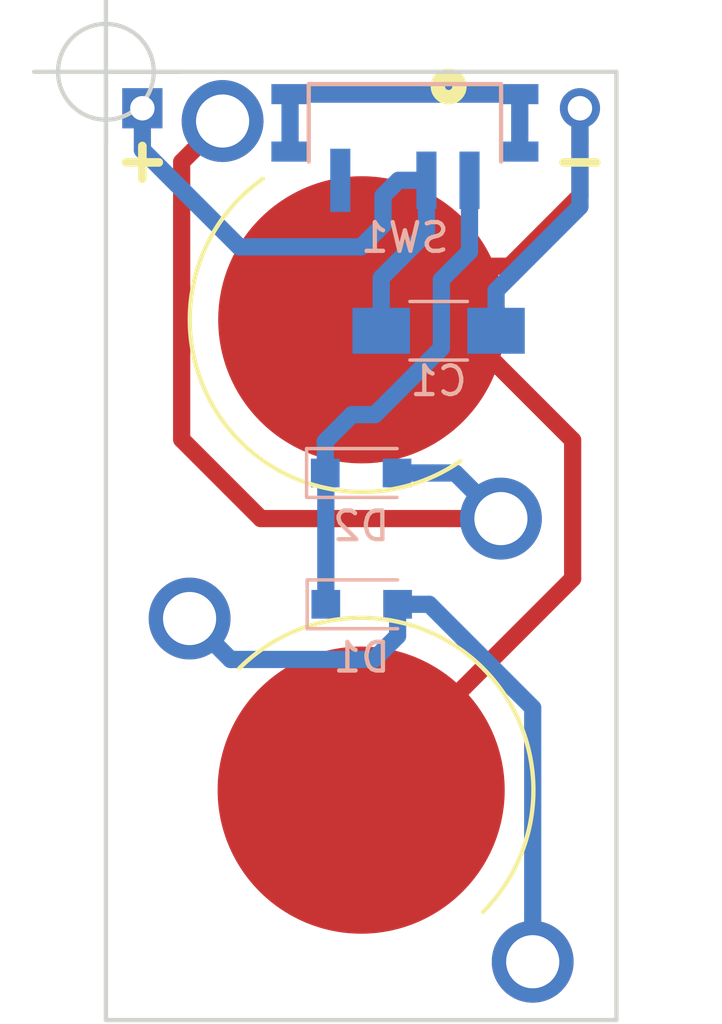
<source format=kicad_pcb>
(kicad_pcb (version 4) (host pcbnew 4.0.4-stable)

  (general
    (links 11)
    (no_connects 0)
    (area 126.924999 81.204999 144.855001 114.375001)
    (thickness 1.6)
    (drawings 8)
    (tracks 49)
    (zones 0)
    (modules 8)
    (nets 7)
  )

  (page A4)
  (layers
    (0 F.Cu signal)
    (31 B.Cu signal)
    (32 B.Adhes user)
    (33 F.Adhes user)
    (34 B.Paste user)
    (35 F.Paste user)
    (36 B.SilkS user)
    (37 F.SilkS user)
    (38 B.Mask user)
    (39 F.Mask user)
    (40 Dwgs.User user)
    (41 Cmts.User user)
    (42 Eco1.User user)
    (43 Eco2.User user)
    (44 Edge.Cuts user)
    (45 Margin user)
    (46 B.CrtYd user)
    (47 F.CrtYd user)
    (48 B.Fab user)
    (49 F.Fab user)
  )

  (setup
    (last_trace_width 0.6)
    (trace_clearance 0.2)
    (zone_clearance 0.508)
    (zone_45_only no)
    (trace_min 0.2)
    (segment_width 0.1)
    (edge_width 0.15)
    (via_size 0.6)
    (via_drill 0.4)
    (via_min_size 0.4)
    (via_min_drill 0.3)
    (uvia_size 0.3)
    (uvia_drill 0.1)
    (uvias_allowed no)
    (uvia_min_size 0.2)
    (uvia_min_drill 0.1)
    (pcb_text_width 0.3)
    (pcb_text_size 1.5 1.5)
    (mod_edge_width 0.15)
    (mod_text_size 1 1)
    (mod_text_width 0.15)
    (pad_size 1.4 1.4)
    (pad_drill 0.85)
    (pad_to_mask_clearance 0.2)
    (aux_axis_origin 0 0)
    (grid_origin 136.906 90.17)
    (visible_elements 7FFFFFFF)
    (pcbplotparams
      (layerselection 0x010f0_80000001)
      (usegerberextensions false)
      (excludeedgelayer true)
      (linewidth 0.100000)
      (plotframeref false)
      (viasonmask false)
      (mode 1)
      (useauxorigin false)
      (hpglpennumber 1)
      (hpglpenspeed 20)
      (hpglpendiameter 15)
      (hpglpenoverlay 2)
      (psnegative false)
      (psa4output false)
      (plotreference true)
      (plotvalue true)
      (plotinvisibletext false)
      (padsonsilk false)
      (subtractmaskfromsilk false)
      (outputformat 1)
      (mirror false)
      (drillshape 0)
      (scaleselection 1)
      (outputdirectory gerber))
  )

  (net 0 "")
  (net 1 "Net-(BT1-Pad1)")
  (net 2 GND)
  (net 3 "Net-(BT2-Pad1)")
  (net 4 "Net-(D1-Pad1)")
  (net 5 "Net-(SW1-Pad1)")
  (net 6 "Net-(C1-Pad1)")

  (net_class Default "これは標準のネット クラスです。"
    (clearance 0.2)
    (trace_width 0.6)
    (via_dia 0.6)
    (via_drill 0.4)
    (uvia_dia 0.3)
    (uvia_drill 0.1)
    (add_net GND)
    (add_net "Net-(BT1-Pad1)")
    (add_net "Net-(BT2-Pad1)")
    (add_net "Net-(C1-Pad1)")
    (add_net "Net-(D1-Pad1)")
    (add_net "Net-(SW1-Pad1)")
  )

  (module MyLib:ali_CR1632 (layer F.Cu) (tedit 5BBB05F4) (tstamp 5BB9BCFD)
    (at 135.910721 89.916 305)
    (path /5BB9B760)
    (fp_text reference BT2 (at 2.5 -4 305) (layer F.SilkS) hide
      (effects (font (size 1 1) (thickness 0.15)))
    )
    (fp_text value Battery (at 0 -0.5 305) (layer F.Fab)
      (effects (font (size 1 1) (thickness 0.15)))
    )
    (fp_arc (start 0 0) (end 6 0) (angle 180) (layer F.SilkS) (width 0.15))
    (fp_circle (center 0 0) (end 0 -8) (layer Cmts.User) (width 0.3))
    (pad 1 thru_hole circle (at -8.45 0 305) (size 2.85 2.85) (drill 1.85) (layers *.Cu *.Mask)
      (net 3 "Net-(BT2-Pad1)"))
    (pad 2 smd circle (at 0 0 305) (size 10 10) (layers F.Cu F.Paste F.Mask)
      (net 2 GND))
    (pad 1 thru_hole circle (at 8.45 0 305) (size 2.85 2.85) (drill 1.85) (layers *.Cu *.Mask)
      (net 3 "Net-(BT2-Pad1)"))
  )

  (module Pin_Headers:Pin_Header_Straight_1x01_Pitch2.54mm (layer F.Cu) (tedit 5BBB0124) (tstamp 5BB9BD0E)
    (at 128.27 82.55)
    (descr "Through hole straight pin header, 1x01, 2.54mm pitch, single row")
    (tags "Through hole pin header THT 1x01 2.54mm single row")
    (path /5BB9B7F6)
    (fp_text reference P1 (at 0 -2.33) (layer F.SilkS) hide
      (effects (font (size 1 1) (thickness 0.15)))
    )
    (fp_text value CONN_01X01 (at 0 2.33) (layer F.Fab)
      (effects (font (size 1 1) (thickness 0.15)))
    )
    (fp_line (start -0.635 -1.27) (end 1.27 -1.27) (layer F.Fab) (width 0.1))
    (fp_line (start 1.27 -1.27) (end 1.27 1.27) (layer F.Fab) (width 0.1))
    (fp_line (start -1.27 1.27) (end -1.27 -0.635) (layer F.Fab) (width 0.1))
    (fp_line (start -1.27 -0.635) (end -0.635 -1.27) (layer F.Fab) (width 0.1))
    (fp_line (start -1.8 -1.8) (end -1.8 1.8) (layer F.CrtYd) (width 0.05))
    (fp_line (start -1.8 1.8) (end 1.8 1.8) (layer F.CrtYd) (width 0.05))
    (fp_line (start 1.8 1.8) (end 1.8 -1.8) (layer F.CrtYd) (width 0.05))
    (fp_line (start 1.8 -1.8) (end -1.8 -1.8) (layer F.CrtYd) (width 0.05))
    (fp_text user %R (at 0 0 90) (layer F.Fab)
      (effects (font (size 1 1) (thickness 0.15)))
    )
    (pad 1 thru_hole rect (at 0 0) (size 1.4 1.4) (drill 0.85) (layers *.Cu *.Mask)
      (net 6 "Net-(C1-Pad1)"))
    (model ${KISYS3DMOD}/Pin_Headers.3dshapes/Pin_Header_Straight_1x01_Pitch2.54mm.wrl
      (at (xyz 0 0 0))
      (scale (xyz 1 1 1))
      (rotate (xyz 0 0 0))
    )
  )

  (module Pin_Headers:Pin_Header_Straight_1x01_Pitch2.54mm (layer F.Cu) (tedit 5BBB00F9) (tstamp 5BB9BD13)
    (at 143.51 82.55)
    (descr "Through hole straight pin header, 1x01, 2.54mm pitch, single row")
    (tags "Through hole pin header THT 1x01 2.54mm single row")
    (path /5BB9B84C)
    (fp_text reference P2 (at 0 -2.33) (layer F.SilkS) hide
      (effects (font (size 1 1) (thickness 0.15)))
    )
    (fp_text value CONN_01X01 (at 0 2.33) (layer F.Fab)
      (effects (font (size 1 1) (thickness 0.15)))
    )
    (fp_line (start -0.635 -1.27) (end 1.27 -1.27) (layer F.Fab) (width 0.1))
    (fp_line (start 1.27 -1.27) (end 1.27 1.27) (layer F.Fab) (width 0.1))
    (fp_line (start -1.27 1.27) (end -1.27 -0.635) (layer F.Fab) (width 0.1))
    (fp_line (start -1.27 -0.635) (end -0.635 -1.27) (layer F.Fab) (width 0.1))
    (fp_line (start -1.8 -1.8) (end -1.8 1.8) (layer F.CrtYd) (width 0.05))
    (fp_line (start -1.8 1.8) (end 1.8 1.8) (layer F.CrtYd) (width 0.05))
    (fp_line (start 1.8 1.8) (end 1.8 -1.8) (layer F.CrtYd) (width 0.05))
    (fp_line (start 1.8 -1.8) (end -1.8 -1.8) (layer F.CrtYd) (width 0.05))
    (fp_text user %R (at 0 0 90) (layer F.Fab)
      (effects (font (size 1 1) (thickness 0.15)))
    )
    (pad 1 thru_hole circle (at 0 0) (size 1.4 1.4) (drill 0.85) (layers *.Cu *.Mask)
      (net 2 GND))
    (model ${KISYS3DMOD}/Pin_Headers.3dshapes/Pin_Header_Straight_1x01_Pitch2.54mm.wrl
      (at (xyz 0 0 0))
      (scale (xyz 1 1 1))
      (rotate (xyz 0 0 0))
    )
  )

  (module Diodes_SMD:D_SOD-323_HandSoldering (layer B.Cu) (tedit 58641869) (tstamp 5BB9BD03)
    (at 135.91 99.822)
    (descr SOD-323)
    (tags SOD-323)
    (path /5BB9B79E)
    (attr smd)
    (fp_text reference D1 (at 0 1.85) (layer B.SilkS)
      (effects (font (size 1 1) (thickness 0.15)) (justify mirror))
    )
    (fp_text value D_Schottky_Small (at 0.1 -1.9) (layer B.Fab)
      (effects (font (size 1 1) (thickness 0.15)) (justify mirror))
    )
    (fp_text user %R (at 0 1.85) (layer B.Fab)
      (effects (font (size 1 1) (thickness 0.15)) (justify mirror))
    )
    (fp_line (start -1.9 0.85) (end -1.9 -0.85) (layer B.SilkS) (width 0.12))
    (fp_line (start 0.2 0) (end 0.45 0) (layer B.Fab) (width 0.1))
    (fp_line (start 0.2 -0.35) (end -0.3 0) (layer B.Fab) (width 0.1))
    (fp_line (start 0.2 0.35) (end 0.2 -0.35) (layer B.Fab) (width 0.1))
    (fp_line (start -0.3 0) (end 0.2 0.35) (layer B.Fab) (width 0.1))
    (fp_line (start -0.3 0) (end -0.5 0) (layer B.Fab) (width 0.1))
    (fp_line (start -0.3 0.35) (end -0.3 -0.35) (layer B.Fab) (width 0.1))
    (fp_line (start -0.9 -0.7) (end -0.9 0.7) (layer B.Fab) (width 0.1))
    (fp_line (start 0.9 -0.7) (end -0.9 -0.7) (layer B.Fab) (width 0.1))
    (fp_line (start 0.9 0.7) (end 0.9 -0.7) (layer B.Fab) (width 0.1))
    (fp_line (start -0.9 0.7) (end 0.9 0.7) (layer B.Fab) (width 0.1))
    (fp_line (start -2 0.95) (end 2 0.95) (layer B.CrtYd) (width 0.05))
    (fp_line (start 2 0.95) (end 2 -0.95) (layer B.CrtYd) (width 0.05))
    (fp_line (start -2 -0.95) (end 2 -0.95) (layer B.CrtYd) (width 0.05))
    (fp_line (start -2 0.95) (end -2 -0.95) (layer B.CrtYd) (width 0.05))
    (fp_line (start -1.9 -0.85) (end 1.25 -0.85) (layer B.SilkS) (width 0.12))
    (fp_line (start -1.9 0.85) (end 1.25 0.85) (layer B.SilkS) (width 0.12))
    (pad 1 smd rect (at -1.25 0) (size 1 1) (layers B.Cu B.Paste B.Mask)
      (net 4 "Net-(D1-Pad1)"))
    (pad 2 smd rect (at 1.25 0) (size 1 1) (layers B.Cu B.Paste B.Mask)
      (net 1 "Net-(BT1-Pad1)"))
    (model ${KISYS3DMOD}/Diodes_SMD.3dshapes/D_SOD-323.wrl
      (at (xyz 0 0 0))
      (scale (xyz 1 1 1))
      (rotate (xyz 0 0 0))
    )
  )

  (module Diodes_SMD:D_SOD-323_HandSoldering (layer B.Cu) (tedit 58641869) (tstamp 5BB9BD09)
    (at 135.89 95.25)
    (descr SOD-323)
    (tags SOD-323)
    (path /5BB9B7D1)
    (attr smd)
    (fp_text reference D2 (at 0 1.85) (layer B.SilkS)
      (effects (font (size 1 1) (thickness 0.15)) (justify mirror))
    )
    (fp_text value D_Schottky_Small (at 0.1 -1.9) (layer B.Fab)
      (effects (font (size 1 1) (thickness 0.15)) (justify mirror))
    )
    (fp_text user %R (at 0 1.85) (layer B.Fab)
      (effects (font (size 1 1) (thickness 0.15)) (justify mirror))
    )
    (fp_line (start -1.9 0.85) (end -1.9 -0.85) (layer B.SilkS) (width 0.12))
    (fp_line (start 0.2 0) (end 0.45 0) (layer B.Fab) (width 0.1))
    (fp_line (start 0.2 -0.35) (end -0.3 0) (layer B.Fab) (width 0.1))
    (fp_line (start 0.2 0.35) (end 0.2 -0.35) (layer B.Fab) (width 0.1))
    (fp_line (start -0.3 0) (end 0.2 0.35) (layer B.Fab) (width 0.1))
    (fp_line (start -0.3 0) (end -0.5 0) (layer B.Fab) (width 0.1))
    (fp_line (start -0.3 0.35) (end -0.3 -0.35) (layer B.Fab) (width 0.1))
    (fp_line (start -0.9 -0.7) (end -0.9 0.7) (layer B.Fab) (width 0.1))
    (fp_line (start 0.9 -0.7) (end -0.9 -0.7) (layer B.Fab) (width 0.1))
    (fp_line (start 0.9 0.7) (end 0.9 -0.7) (layer B.Fab) (width 0.1))
    (fp_line (start -0.9 0.7) (end 0.9 0.7) (layer B.Fab) (width 0.1))
    (fp_line (start -2 0.95) (end 2 0.95) (layer B.CrtYd) (width 0.05))
    (fp_line (start 2 0.95) (end 2 -0.95) (layer B.CrtYd) (width 0.05))
    (fp_line (start -2 -0.95) (end 2 -0.95) (layer B.CrtYd) (width 0.05))
    (fp_line (start -2 0.95) (end -2 -0.95) (layer B.CrtYd) (width 0.05))
    (fp_line (start -1.9 -0.85) (end 1.25 -0.85) (layer B.SilkS) (width 0.12))
    (fp_line (start -1.9 0.85) (end 1.25 0.85) (layer B.SilkS) (width 0.12))
    (pad 1 smd rect (at -1.25 0) (size 1 1) (layers B.Cu B.Paste B.Mask)
      (net 4 "Net-(D1-Pad1)"))
    (pad 2 smd rect (at 1.25 0) (size 1 1) (layers B.Cu B.Paste B.Mask)
      (net 3 "Net-(BT2-Pad1)"))
    (model ${KISYS3DMOD}/Diodes_SMD.3dshapes/D_SOD-323.wrl
      (at (xyz 0 0 0))
      (scale (xyz 1 1 1))
      (rotate (xyz 0 0 0))
    )
  )

  (module Capacitors_SMD:C_1206_HandSoldering (layer B.Cu) (tedit 58AA84D1) (tstamp 5BBA2AAB)
    (at 138.589 90.297)
    (descr "Capacitor SMD 1206, hand soldering")
    (tags "capacitor 1206")
    (path /5BB9C3A5)
    (attr smd)
    (fp_text reference C1 (at 0 1.75) (layer B.SilkS)
      (effects (font (size 1 1) (thickness 0.15)) (justify mirror))
    )
    (fp_text value C_Small (at 0 -2) (layer B.Fab)
      (effects (font (size 1 1) (thickness 0.15)) (justify mirror))
    )
    (fp_text user %R (at 0 1.75) (layer B.Fab)
      (effects (font (size 1 1) (thickness 0.15)) (justify mirror))
    )
    (fp_line (start -1.6 -0.8) (end -1.6 0.8) (layer B.Fab) (width 0.1))
    (fp_line (start 1.6 -0.8) (end -1.6 -0.8) (layer B.Fab) (width 0.1))
    (fp_line (start 1.6 0.8) (end 1.6 -0.8) (layer B.Fab) (width 0.1))
    (fp_line (start -1.6 0.8) (end 1.6 0.8) (layer B.Fab) (width 0.1))
    (fp_line (start 1 1.02) (end -1 1.02) (layer B.SilkS) (width 0.12))
    (fp_line (start -1 -1.02) (end 1 -1.02) (layer B.SilkS) (width 0.12))
    (fp_line (start -3.25 1.05) (end 3.25 1.05) (layer B.CrtYd) (width 0.05))
    (fp_line (start -3.25 1.05) (end -3.25 -1.05) (layer B.CrtYd) (width 0.05))
    (fp_line (start 3.25 -1.05) (end 3.25 1.05) (layer B.CrtYd) (width 0.05))
    (fp_line (start 3.25 -1.05) (end -3.25 -1.05) (layer B.CrtYd) (width 0.05))
    (pad 1 smd rect (at -2 0) (size 2 1.6) (layers B.Cu B.Paste B.Mask)
      (net 6 "Net-(C1-Pad1)"))
    (pad 2 smd rect (at 2 0) (size 2 1.6) (layers B.Cu B.Paste B.Mask)
      (net 2 GND))
    (model Capacitors_SMD.3dshapes/C_1206.wrl
      (at (xyz 0 0 0))
      (scale (xyz 1 1 1))
      (rotate (xyz 0 0 0))
    )
  )

  (module MyLib:ali_CR1632 (layer F.Cu) (tedit 5BBB05F4) (tstamp 5BB9BCF5)
    (at 135.89 106.292948 135)
    (path /5BB9B732)
    (fp_text reference BT1 (at 2.5 -4 135) (layer F.SilkS) hide
      (effects (font (size 1 1) (thickness 0.15)))
    )
    (fp_text value Battery (at 0 -0.5 135) (layer F.Fab)
      (effects (font (size 1 1) (thickness 0.15)))
    )
    (fp_arc (start 0 0) (end 6 0) (angle 180) (layer F.SilkS) (width 0.15))
    (fp_circle (center 0 0) (end 0 -8) (layer Cmts.User) (width 0.3))
    (pad 1 thru_hole circle (at -8.45 0 135) (size 2.85 2.85) (drill 1.85) (layers *.Cu *.Mask)
      (net 1 "Net-(BT1-Pad1)"))
    (pad 2 smd circle (at 0 0 135) (size 10 10) (layers F.Cu F.Paste F.Mask)
      (net 2 GND))
    (pad 1 thru_hole circle (at 8.45 0 135) (size 2.85 2.85) (drill 1.85) (layers *.Cu *.Mask)
      (net 1 "Net-(BT1-Pad1)"))
  )

  (module MyLib:MK12C02 (layer B.Cu) (tedit 5BBB07DB) (tstamp 5BBA2AAC)
    (at 137.414 83.058)
    (path /5BB9B896)
    (fp_text reference SW1 (at 0 4) (layer B.SilkS)
      (effects (font (size 1 1) (thickness 0.15)) (justify mirror))
    )
    (fp_text value SWITCH_INV (at 0 3) (layer B.Fab)
      (effects (font (size 1 1) (thickness 0.15)) (justify mirror))
    )
    (fp_line (start -3.35 -1.35) (end 3.35 -1.35) (layer B.SilkS) (width 0.15))
    (fp_line (start 3.35 1.35) (end 3.35 -1.35) (layer B.SilkS) (width 0.15))
    (fp_line (start -3.35 1.35) (end -3.35 -1.35) (layer B.SilkS) (width 0.15))
    (pad "" np_thru_hole circle (at 1.5 0) (size 0.9 0.9) (drill 0.9) (layers *.Cu *.Mask))
    (pad "" np_thru_hole circle (at -1.5 0) (size 0.9 0.9) (drill 0.9) (layers *.Cu *.Mask))
    (pad 2 smd rect (at 0.75 2) (size 0.7 2) (layers B.Cu B.Paste B.Mask)
      (net 6 "Net-(C1-Pad1)"))
    (pad 3 smd rect (at 2.25 2) (size 0.7 2) (layers B.Cu B.Paste B.Mask)
      (net 4 "Net-(D1-Pad1)"))
    (pad 1 smd rect (at -2.25 2) (size 0.7 2.2) (layers B.Cu B.Paste B.Mask)
      (net 5 "Net-(SW1-Pad1)"))
    (pad 4 smd rect (at -4 -1 90) (size 0.7 1.3) (layers B.Cu B.Paste B.Mask))
    (pad 4 smd rect (at -4 1 90) (size 0.7 1.3) (layers B.Cu B.Paste B.Mask))
    (pad 4 smd rect (at 4 1 90) (size 0.7 1.3) (layers B.Cu B.Paste B.Mask))
    (pad 4 smd rect (at 4 -1 90) (size 0.7 1.3) (layers B.Cu B.Paste B.Mask))
  )

  (gr_circle (center 138.938 81.788) (end 138.938 81.915) (layer F.SilkS) (width 0.5))
  (gr_text - (at 143.51 84.328) (layer F.SilkS) (tstamp 5BBB0415)
    (effects (font (size 1.5 1.5) (thickness 0.3)) (justify mirror))
  )
  (gr_text + (at 128.27 84.328) (layer F.SilkS)
    (effects (font (size 1.5 1.5) (thickness 0.3)) (justify mirror))
  )
  (gr_line (start 127 114.3) (end 127 81.28) (angle 90) (layer Edge.Cuts) (width 0.15))
  (gr_line (start 144.78 114.3) (end 127 114.3) (angle 90) (layer Edge.Cuts) (width 0.15))
  (gr_line (start 144.78 81.28) (end 144.78 114.3) (angle 90) (layer Edge.Cuts) (width 0.15))
  (gr_line (start 127 81.28) (end 144.78 81.28) (angle 90) (layer Edge.Cuts) (width 0.15))
  (target plus (at 127 81.28) (size 5) (width 0.15) (layer Edge.Cuts))

  (segment (start 141.414 82.058) (end 141.414 84.058) (width 0.6) (layer B.Cu) (net 0))
  (segment (start 133.414 82.058) (end 141.414 82.058) (width 0.6) (layer B.Cu) (net 0))
  (segment (start 133.414 82.058) (end 133.414 84.058) (width 0.6) (layer B.Cu) (net 0))
  (segment (start 129.914948 100.317896) (end 131.339947 101.742895) (width 0.6) (layer B.Cu) (net 1) (status 10))
  (segment (start 131.339947 101.742895) (end 136.339105 101.742895) (width 0.6) (layer B.Cu) (net 1))
  (segment (start 136.339105 101.742895) (end 137.16 100.922) (width 0.6) (layer B.Cu) (net 1))
  (segment (start 137.16 100.922) (end 137.16 99.822) (width 0.6) (layer B.Cu) (net 1) (status 20))
  (segment (start 141.865052 112.268) (end 141.865052 103.427052) (width 0.6) (layer B.Cu) (net 1) (status 10))
  (segment (start 141.865052 103.427052) (end 138.26 99.822) (width 0.6) (layer B.Cu) (net 1))
  (segment (start 138.26 99.822) (end 137.16 99.822) (width 0.6) (layer B.Cu) (net 1) (status 20))
  (segment (start 140.589 90.297) (end 140.589 88.897) (width 0.6) (layer B.Cu) (net 2))
  (segment (start 140.589 88.897) (end 143.51 85.976) (width 0.6) (layer B.Cu) (net 2))
  (segment (start 143.51 85.976) (end 143.51 83.539949) (width 0.6) (layer B.Cu) (net 2))
  (segment (start 143.51 83.539949) (end 143.51 82.55) (width 0.6) (layer B.Cu) (net 2))
  (segment (start 135.656721 90.17) (end 135.910721 89.916) (width 0.6) (layer F.Cu) (net 2))
  (segment (start 143.256 98.926948) (end 143.256 94.109343) (width 0.6) (layer F.Cu) (net 2))
  (segment (start 143.256 94.109343) (end 139.062657 89.916) (width 0.6) (layer F.Cu) (net 2))
  (segment (start 139.062657 89.916) (end 135.910721 89.916) (width 0.6) (layer F.Cu) (net 2))
  (segment (start 135.89 106.292948) (end 143.256 98.926948) (width 0.6) (layer F.Cu) (net 2))
  (segment (start 141.057747 88.050253) (end 143.51 85.598) (width 0.6) (layer F.Cu) (net 2))
  (segment (start 143.51 85.598) (end 143.51 82.55) (width 0.6) (layer F.Cu) (net 2))
  (segment (start 135.910721 89.916) (end 137.776468 88.050253) (width 0.6) (layer F.Cu) (net 2))
  (segment (start 137.776468 88.050253) (end 141.057747 88.050253) (width 0.6) (layer F.Cu) (net 2))
  (segment (start 131.064 82.994165) (end 129.639001 84.419164) (width 0.6) (layer F.Cu) (net 3) (status 10))
  (segment (start 129.639001 84.419164) (end 129.639001 94.079001) (width 0.6) (layer F.Cu) (net 3))
  (segment (start 129.639001 94.079001) (end 132.397835 96.837835) (width 0.6) (layer F.Cu) (net 3))
  (segment (start 132.397835 96.837835) (end 140.757442 96.837835) (width 0.6) (layer F.Cu) (net 3) (status 20))
  (segment (start 137.14 95.25) (end 139.169607 95.25) (width 0.6) (layer B.Cu) (net 3) (status 10))
  (segment (start 139.169607 95.25) (end 140.757442 96.837835) (width 0.6) (layer B.Cu) (net 3) (status 20))
  (segment (start 134.64 95.25) (end 134.64 94.15) (width 0.6) (layer B.Cu) (net 4))
  (segment (start 134.64 94.15) (end 135.572 93.218) (width 0.6) (layer B.Cu) (net 4))
  (segment (start 135.572 93.218) (end 136.368002 93.218) (width 0.6) (layer B.Cu) (net 4))
  (segment (start 136.368002 93.218) (end 138.684 90.902002) (width 0.6) (layer B.Cu) (net 4))
  (segment (start 138.684 90.902002) (end 138.684 88.519) (width 0.6) (layer B.Cu) (net 4))
  (segment (start 138.684 88.519) (end 139.664 87.539) (width 0.6) (layer B.Cu) (net 4))
  (segment (start 139.664 87.539) (end 139.664 85.058) (width 0.6) (layer B.Cu) (net 4))
  (segment (start 134.66 99.822) (end 134.66 95.27) (width 0.6) (layer B.Cu) (net 4) (status 30))
  (segment (start 134.66 95.27) (end 134.64 95.25) (width 0.6) (layer B.Cu) (net 4) (status 30))
  (segment (start 136.589 88.455) (end 138.164 86.88) (width 0.6) (layer B.Cu) (net 6))
  (segment (start 138.164 86.88) (end 138.164 85.058) (width 0.6) (layer B.Cu) (net 6))
  (segment (start 136.589 90.297) (end 136.589 88.455) (width 0.6) (layer B.Cu) (net 6))
  (segment (start 136.652 85.598) (end 137.192 85.058) (width 0.6) (layer B.Cu) (net 6))
  (segment (start 137.192 85.058) (end 138.164 85.058) (width 0.6) (layer B.Cu) (net 6))
  (segment (start 136.652 86.614) (end 136.652 85.598) (width 0.6) (layer B.Cu) (net 6))
  (segment (start 135.89 87.376) (end 136.652 86.614) (width 0.6) (layer B.Cu) (net 6))
  (segment (start 131.646 87.376) (end 135.89 87.376) (width 0.6) (layer B.Cu) (net 6))
  (segment (start 131.646 87.376) (end 128.27 84) (width 0.6) (layer B.Cu) (net 6))
  (segment (start 128.27 84) (end 128.27 82.55) (width 0.6) (layer B.Cu) (net 6))
  (segment (start 138.164 85.058) (end 138.164 85.708) (width 0.6) (layer B.Cu) (net 6))

)

</source>
